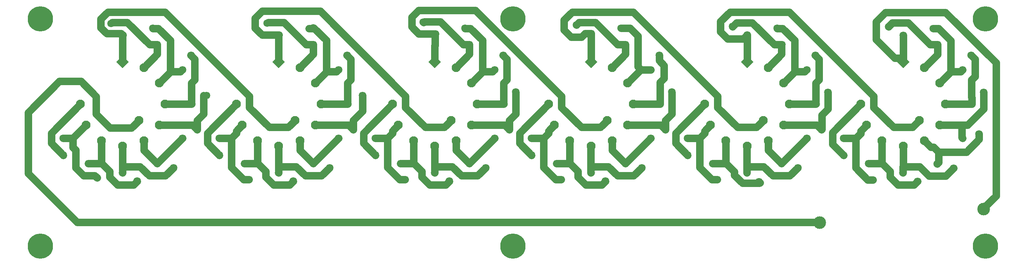
<source format=gtl>
G04*
G04 #@! TF.GenerationSoftware,Altium Limited,Altium Designer,25.8.1 (18)*
G04*
G04 Layer_Physical_Order=1*
G04 Layer_Color=255*
%FSLAX44Y44*%
%MOMM*%
G71*
G04*
G04 #@! TF.SameCoordinates,E0871A02-44A3-4654-82AF-33F5C9D56CEE*
G04*
G04*
G04 #@! TF.FilePolarity,Positive*
G04*
G01*
G75*
%ADD15C,1.8000*%
%ADD16C,6.0000*%
%ADD17C,2.1000*%
%ADD18P,2.9699X4X270.0*%
%ADD19C,3.0000*%
%ADD20C,1.8000*%
D15*
X84816Y208841D02*
D03*
X46178Y198489D02*
D03*
X-323214Y198839D02*
D03*
X-288573Y218839D02*
D03*
X-658573Y218839D02*
D03*
X-693214Y198839D02*
D03*
X68019Y279999D02*
D03*
X96303Y308283D02*
D03*
X24768Y127910D02*
D03*
X-13869Y138263D02*
D03*
X-301373Y280000D02*
D03*
X-273089Y308285D02*
D03*
X-344625Y128261D02*
D03*
X-383262Y138614D02*
D03*
X-671373Y280349D02*
D03*
X-643089Y308633D02*
D03*
X-714625Y128261D02*
D03*
X-753262Y138614D02*
D03*
X46180Y361509D02*
D03*
X66180Y396150D02*
D03*
X-60967Y96651D02*
D03*
X-95608Y116651D02*
D03*
X-323213Y361859D02*
D03*
X-303213Y396500D02*
D03*
X-436716Y95716D02*
D03*
X-465000Y124000D02*
D03*
X-693213Y361859D02*
D03*
X-673213Y396500D02*
D03*
X-800359Y97001D02*
D03*
X-835000Y117001D02*
D03*
X-13490Y421179D02*
D03*
X-23843Y459816D02*
D03*
X-166158Y100184D02*
D03*
X-176510Y138821D02*
D03*
X-382883Y421529D02*
D03*
X-393235Y460166D02*
D03*
X-535550Y100534D02*
D03*
X-545903Y139171D02*
D03*
X-752883Y421529D02*
D03*
X-763235Y460166D02*
D03*
X-905550Y100534D02*
D03*
X-915903Y139171D02*
D03*
X-95000Y444000D02*
D03*
X-129641Y464000D02*
D03*
X-236180Y158491D02*
D03*
Y198491D02*
D03*
X-464392Y444350D02*
D03*
X-499033Y464350D02*
D03*
X-605572Y158841D02*
D03*
Y198841D02*
D03*
X-835000Y448000D02*
D03*
X-869641Y468000D02*
D03*
X-975572Y158841D02*
D03*
Y198841D02*
D03*
X-1063214Y198839D02*
D03*
X-1028573Y218839D02*
D03*
X-1398573Y218838D02*
D03*
X-1433214Y198839D02*
D03*
X-1803214Y198839D02*
D03*
X-1768573Y218839D02*
D03*
X-1013089Y308633D02*
D03*
X-1041373Y280349D02*
D03*
X-1123262Y138614D02*
D03*
X-1084625Y128261D02*
D03*
X-1376733Y300349D02*
D03*
X-1411374Y280349D02*
D03*
X-1493262Y138613D02*
D03*
X-1454625Y128260D02*
D03*
X-1746732Y300349D02*
D03*
X-1781373Y280349D02*
D03*
X-1863262Y138614D02*
D03*
X-1824625Y128261D02*
D03*
X-1043213Y396500D02*
D03*
X-1063213Y361859D02*
D03*
X-1205000Y117001D02*
D03*
X-1170359Y97001D02*
D03*
X-1413213Y396500D02*
D03*
X-1433213Y361859D02*
D03*
X-1575001Y117001D02*
D03*
X-1540359Y97001D02*
D03*
X-1783213Y396500D02*
D03*
X-1803213Y361859D02*
D03*
X-1945000Y117001D02*
D03*
X-1910359Y97001D02*
D03*
X-1133235Y460166D02*
D03*
X-1122883Y421529D02*
D03*
X-1285903Y139171D02*
D03*
X-1275550Y100534D02*
D03*
X-1492883Y461528D02*
D03*
Y421528D02*
D03*
X-1655903Y139171D02*
D03*
X-1645551Y100534D02*
D03*
X-1873235Y460166D02*
D03*
X-1862883Y421529D02*
D03*
X-2025903Y139171D02*
D03*
X-2005903Y104530D02*
D03*
X-1232284Y475284D02*
D03*
X-1204000Y447000D02*
D03*
X-1345572Y198841D02*
D03*
Y158841D02*
D03*
X-1602677Y472634D02*
D03*
X-1574393Y444350D02*
D03*
X-1715572Y198841D02*
D03*
Y158841D02*
D03*
X-1972677Y471654D02*
D03*
X-1944392Y443369D02*
D03*
X-2085572Y198841D02*
D03*
Y158841D02*
D03*
D16*
X-1020000Y-57500D02*
D03*
Y482500D02*
D03*
X-2140000D02*
D03*
X100000D02*
D03*
Y-57500D02*
D03*
X-2140000D02*
D03*
D17*
X-1906109Y241110D02*
D03*
X-1845000Y280000D02*
D03*
X-1858397Y330000D02*
D03*
X-1895000Y366603D02*
D03*
X-2045000Y280000D02*
D03*
X-2031603Y230000D02*
D03*
X-1995000Y193397D02*
D03*
X-1945000Y180000D02*
D03*
X-1895000Y193397D02*
D03*
X-1858397Y230000D02*
D03*
X-1488397D02*
D03*
X-1525000Y193397D02*
D03*
X-1575000Y180000D02*
D03*
X-1625000Y193397D02*
D03*
X-1661603Y230000D02*
D03*
X-1675000Y280000D02*
D03*
X-1525000Y366603D02*
D03*
X-1488397Y330000D02*
D03*
X-1475000Y280000D02*
D03*
X-1536109Y241110D02*
D03*
X-796109D02*
D03*
X-734999Y280000D02*
D03*
X-748397Y330000D02*
D03*
X-785000Y366603D02*
D03*
X-935001Y280000D02*
D03*
X-921603Y230000D02*
D03*
X-885000Y193397D02*
D03*
X-835000Y180000D02*
D03*
X-785000Y193397D02*
D03*
X-748397Y230000D02*
D03*
X-1118397D02*
D03*
X-1155000Y193397D02*
D03*
X-1205000Y180000D02*
D03*
X-1255000Y193397D02*
D03*
X-1291603Y230000D02*
D03*
X-1305000Y280000D02*
D03*
X-1155000Y366603D02*
D03*
X-1118397Y330000D02*
D03*
X-1104999Y280000D02*
D03*
X-1166109Y241110D02*
D03*
X-426109D02*
D03*
X-365000Y280000D02*
D03*
X-378397Y330000D02*
D03*
X-415000Y366603D02*
D03*
X-565000Y280000D02*
D03*
X-551603Y230000D02*
D03*
X-515000Y193397D02*
D03*
X-465000Y180000D02*
D03*
X-415000Y193397D02*
D03*
X-378397Y230000D02*
D03*
X-8397D02*
D03*
X-45000Y193397D02*
D03*
X-95000Y180000D02*
D03*
X-145000Y193397D02*
D03*
X-181603Y230000D02*
D03*
X-195000Y280000D02*
D03*
X-45000Y366603D02*
D03*
X-8397Y330000D02*
D03*
X5001Y280000D02*
D03*
X-56109Y241110D02*
D03*
D18*
X-1945000Y380000D02*
D03*
X-1575000D02*
D03*
X-835000D02*
D03*
X-1205000D02*
D03*
X-465000D02*
D03*
X-95000D02*
D03*
D19*
X-293000Y-2000D02*
D03*
X96000Y30000D02*
D03*
D20*
X-734999Y280000D02*
X-734808Y280191D01*
X-694538D01*
X-671373Y331627D02*
X-661499Y341501D01*
X-694538Y280191D02*
X-694380Y280349D01*
X-673213Y383334D02*
Y396500D01*
X-671373Y280349D02*
Y331627D01*
X-694380Y280349D02*
X-671373D01*
X-673213Y383334D02*
X-661499Y371620D01*
Y341501D02*
Y371620D01*
X-763235Y460166D02*
X-742166D01*
X-724000Y369320D02*
X-716538Y361859D01*
X-742166Y460166D02*
X-724000Y442000D01*
X-716538Y361859D02*
X-693213D01*
X-724000Y369320D02*
Y442000D01*
X-748397Y330000D02*
X-716538Y361859D01*
X-69359Y88259D02*
X-60967Y96651D01*
X-107368Y88259D02*
X-69359D01*
X-95608Y131392D02*
X-55808D01*
X84816Y196113D02*
Y208841D01*
X58020Y230000D02*
X96303Y268283D01*
X44000Y200667D02*
Y230000D01*
X5002Y279999D02*
X68019D01*
X5001Y280000D02*
X5002Y279999D01*
X-95000Y380000D02*
Y444000D01*
X-95000Y444000D01*
X18000Y356397D02*
Y430700D01*
Y357000D02*
X41671D01*
X67303Y296271D02*
Y337772D01*
X75180Y345649D02*
Y387150D01*
X67303Y296271D02*
X68019Y295555D01*
Y279999D02*
Y295555D01*
X66180Y396150D02*
X75180Y387150D01*
X-33679Y109263D02*
X6121D01*
X24768Y127910D01*
X-126095Y106985D02*
X-107368Y88259D01*
X-176510Y138821D02*
X-144821D01*
X-126095Y106985D02*
Y120095D01*
X-144821Y138821D02*
X-126095Y120095D01*
X-145000Y139000D02*
Y193397D01*
Y139000D02*
X-144821Y138821D01*
X-511046Y435350D02*
X-473392D01*
X-464392Y421084D02*
Y444350D01*
X-164501Y271719D02*
X-117782Y225000D01*
X-45000Y366603D02*
X-13490Y398112D01*
X-23843Y459816D02*
X-11115D01*
X18000Y430700D01*
X41671Y357000D02*
X46180Y361509D01*
X-8397Y330000D02*
X18000Y356397D01*
X-8397Y230000D02*
X58020D01*
X44000Y200667D02*
X46178Y198489D01*
X96303Y268283D02*
Y308283D01*
X-45000Y193397D02*
X-44729D01*
X-29255Y177923D02*
X-22882D01*
X-44729Y193397D02*
X-29255Y177923D01*
X-11166Y140967D02*
Y166207D01*
X-13869Y138263D02*
X-11166Y140967D01*
X54909Y166207D02*
X84816Y196113D01*
X-11166Y166207D02*
X54909D01*
X-95608Y131392D02*
X-95000Y132000D01*
X-55808Y131392D02*
X-33679Y109263D01*
X-95608Y116651D02*
Y131392D01*
X-95000Y132000D02*
Y180000D01*
X-195284Y210206D02*
Y216048D01*
X-181603Y229729D01*
X-236180Y198491D02*
X-207000D01*
X-195284Y210206D01*
X-207000Y128299D02*
X-178886Y100184D01*
X-181603Y229729D02*
Y230000D01*
X-505396Y499000D02*
X-364701D01*
X-473392Y435350D02*
X-464392Y444350D01*
X-528033Y452338D02*
X-511046Y435350D01*
X-534501Y271719D02*
X-487782Y225000D01*
X-634263Y186957D02*
Y210737D01*
X-565000Y280000D01*
X-565093Y216239D02*
X-551412Y229921D01*
X-605988Y198682D02*
X-576809D01*
Y129065D02*
X-548119Y100375D01*
X-576809Y129065D02*
Y193589D01*
Y198682D02*
X-565093Y210398D01*
Y216239D01*
X-403488Y109614D02*
X-363529D01*
X-465416Y159868D02*
X-465191Y160093D01*
X-378206Y330191D02*
X-351809Y356589D01*
X-328138Y357191D02*
X-323629Y361700D01*
X-393652Y460007D02*
X-380349D01*
X-351809Y357191D02*
X-328138D01*
X-400400Y421370D02*
X-383299D01*
X-414809Y366794D02*
X-383299Y398304D01*
X-487782Y225000D02*
X-442219D01*
X-834392Y421315D02*
Y444350D01*
X-634263Y186957D02*
X-605988Y158682D01*
X-514630Y139012D02*
X-495201Y119583D01*
X-515000Y193397D02*
X-514809Y193588D01*
X-515000Y139383D02*
Y193397D01*
X-495201Y111272D02*
X-475772Y91842D01*
X-546319Y139012D02*
X-514630D01*
X-515000Y139383D02*
X-514630Y139012D01*
X-363529Y109614D02*
X-345041Y128102D01*
X-465416Y116842D02*
Y131584D01*
X-380349Y460007D02*
X-351809Y431467D01*
Y356589D02*
Y431467D01*
X-465000Y420476D02*
X-464392Y421084D01*
X-117782Y225000D02*
X-72219D01*
X-425458Y131584D02*
X-403488Y109614D01*
X-495201Y111272D02*
Y119583D01*
X-475772Y91842D02*
X-435775D01*
X-434309Y93309D01*
X-294213Y337459D02*
Y386925D01*
X-364807Y280190D02*
X-301790D01*
X-378397Y230000D02*
X-299734D01*
X-414809Y170160D02*
Y193206D01*
Y170160D02*
X-383262Y138614D01*
X-323214Y198661D01*
Y198839D01*
X-299734Y230000D02*
X-288573Y218839D01*
X-287376Y220035D01*
Y253997D02*
X-273089Y268284D01*
X-287376Y220035D02*
Y253997D01*
X-303629Y396341D02*
X-294213Y386925D01*
X-301790Y280417D02*
Y329882D01*
X-294213Y337459D01*
X-490291Y473350D02*
X-452380D01*
X-383299Y398304D02*
Y421370D01*
X-452380Y473350D02*
X-400400Y421370D01*
X-499450Y464192D02*
X-490291Y473350D01*
X-771600Y421370D02*
X-753299D01*
X-863641Y474000D02*
X-824230D01*
X-784809Y366794D02*
X-753299Y398304D01*
X-643089Y256645D02*
Y308285D01*
X-658573Y218839D02*
Y241161D01*
X-643089Y256645D01*
X-669734Y230000D02*
X-658573Y218839D01*
X-693214Y198661D02*
Y198839D01*
X-753262Y138614D02*
X-693214Y198661D01*
X-785000Y193397D02*
X-784809Y193206D01*
Y170160D02*
X-753262Y138614D01*
X-748397Y230000D02*
X-669734D01*
X-865781Y107041D02*
X-846933Y88193D01*
X-885000Y139383D02*
Y193397D01*
X-884809Y193588D01*
X-771959Y109614D02*
X-733529D01*
X-835000Y380000D02*
Y420708D01*
X-898641Y480012D02*
X-879653Y499000D01*
X-733529Y109614D02*
X-715041Y128102D01*
X-835191Y179538D02*
X-834809Y179920D01*
X-846933Y88193D02*
X-809425D01*
X-916319Y139012D02*
X-884630D01*
X-865781Y120164D01*
X-885000Y139383D02*
X-884630Y139012D01*
X-809425Y88193D02*
X-800775Y96842D01*
X-865781Y107041D02*
Y120164D01*
X-1004263Y186957D02*
X-975988Y158682D01*
X-1108701Y503000D02*
X-904501Y298800D01*
X-1205000Y418853D02*
X-1204392Y419461D01*
X-824230Y474000D02*
X-771600Y421370D01*
X-753299Y398304D02*
Y421370D01*
X-835416Y141001D02*
X-835191Y141227D01*
X-835416Y116842D02*
Y131584D01*
X-793929D02*
X-771959Y109614D01*
X-975988Y198682D02*
X-946809D01*
Y129065D02*
Y193589D01*
Y198682D02*
X-935093Y210398D01*
Y216239D02*
X-921412Y229921D01*
X-935093Y210398D02*
Y216239D01*
X-921412Y229921D02*
Y230191D01*
X-1004263Y186957D02*
Y210737D01*
X-935001Y280000D01*
X-1260000Y463804D02*
X-1243196Y447000D01*
X-857782Y225000D02*
X-812219D01*
X-1243764Y503000D02*
X-1108701D01*
X-534501Y271719D02*
Y298800D01*
X-442219Y225000D02*
X-425918Y241301D01*
X-1034213Y337459D02*
Y386925D01*
X-1043629Y396341D02*
X-1034213Y386925D01*
X-1041790Y329882D02*
X-1034213Y337459D01*
X-1104807Y280190D02*
X-1041790D01*
X-1028573Y218839D02*
Y241161D01*
X-1013089Y256645D02*
Y308285D01*
X-1028573Y241161D02*
X-1013089Y256645D01*
X-1039734Y230000D02*
X-1028573Y218839D01*
X-1063214Y198661D02*
Y198839D01*
X-1123262Y138614D02*
X-1063214Y198661D01*
X-1154809Y170160D02*
Y193206D01*
Y170160D02*
X-1123262Y138614D01*
X-1118397Y230000D02*
X-1039734D01*
X-1041790Y280417D02*
Y329882D01*
X-1235781Y107041D02*
Y120164D01*
X-1179425Y88193D02*
X-1170775Y96842D01*
X-1255000Y139383D02*
Y193397D01*
X-1163929Y131584D02*
X-1141959Y109614D01*
X-1243196Y447000D02*
X-1204000D01*
X-1204392Y419461D02*
Y444350D01*
X-1091809Y356589D02*
Y431467D01*
X-1120349Y460007D02*
X-1091809Y431467D01*
X-1205191Y141227D02*
Y179538D01*
X-1103529Y109614D02*
X-1085041Y128102D01*
X-1255000Y193397D02*
X-1254809Y193588D01*
X-1286319Y139012D02*
X-1254630D01*
X-1216933Y88193D02*
X-1179425D01*
X-1255000Y139383D02*
X-1254630Y139012D01*
X-1235781Y107041D02*
X-1216933Y88193D01*
X-1254630Y139012D02*
X-1235781Y120164D01*
X-1374263Y186957D02*
X-1345988Y158682D01*
X-1274501Y271719D02*
X-1227782Y225000D01*
X-1476620Y500918D02*
X-1274501Y298799D01*
X-1154809Y366794D02*
X-1123299Y398304D01*
X-1091809Y357191D02*
X-1068138D01*
X-1133652Y460007D02*
X-1120349D01*
X-1068138Y357191D02*
X-1063629Y361700D01*
X-1118206Y330191D02*
X-1091809Y356589D01*
X-1205416Y116842D02*
Y131584D01*
X-1141959Y109614D02*
X-1103529D01*
X-1316809Y198682D02*
X-1305093Y210398D01*
X-1291412Y229921D02*
Y230191D01*
X-1305093Y216239D02*
X-1291412Y229921D01*
X-1316809Y129065D02*
X-1288119Y100375D01*
X-1345988Y198682D02*
X-1316809D01*
X-1305093Y210398D02*
Y216239D01*
X-1374263Y210737D02*
X-1305000Y280000D01*
X-1374263Y186957D02*
Y210737D01*
X-1227782Y225000D02*
X-1182219D01*
X-1630961Y460918D02*
Y484350D01*
X-1182219Y225000D02*
X-1165918Y241301D01*
X-812219Y225000D02*
X-795918Y241301D01*
X-1563031Y474000D02*
X-1510401Y421370D01*
X-1493299D01*
X-1524809Y366794D02*
X-1493299Y398304D01*
X-1404213Y337459D02*
Y386926D01*
X-1413629Y396341D02*
X-1404213Y386926D01*
X-1411790Y280417D02*
Y329883D01*
X-1404213Y337459D01*
X-1398573Y218839D02*
Y241161D01*
X-1409734Y230000D02*
X-1398573Y218839D01*
X-1433214Y198661D02*
Y198839D01*
X-1493262Y138614D02*
X-1433214Y198661D01*
X-1525000Y193397D02*
X-1524809Y193206D01*
Y170160D02*
X-1493262Y138614D01*
X-1488397Y230000D02*
X-1409734D01*
X-1474807Y280190D02*
X-1411790D01*
X-1549425Y88193D02*
X-1540775Y96842D01*
X-1625000Y139383D02*
Y193397D01*
Y139383D02*
X-1624630Y139012D01*
X-1575416Y131584D02*
Y141001D01*
X-1490350Y460007D02*
X-1461809Y431466D01*
X-1503652Y460007D02*
X-1490350D01*
X-1575416Y131584D02*
X-1533930D01*
X-1575191Y179538D02*
X-1574809Y179920D01*
X-1605782Y107041D02*
X-1586933Y88193D01*
X-1656319Y139012D02*
X-1624630D01*
X-1625000Y193397D02*
X-1624809Y193588D01*
X-1624630Y139012D02*
X-1605782Y120164D01*
X-1586933Y88193D02*
X-1549425D01*
X-1605782Y107041D02*
Y120164D01*
X-1744263Y186957D02*
X-1715988Y158682D01*
X-1996757Y461679D02*
Y482240D01*
X-1945000Y380000D02*
Y444000D01*
X-1599641Y474000D02*
X-1563031D01*
X-1493299Y398304D02*
Y421370D01*
X-1438138Y357191D02*
X-1433629Y361700D01*
X-1461809Y357191D02*
X-1438138D01*
X-1461809Y356589D02*
Y431466D01*
X-1488206Y330191D02*
X-1461809Y356589D01*
X-1511960Y109613D02*
X-1473530D01*
X-1575416Y116842D02*
Y131584D01*
X-1473530Y109613D02*
X-1455041Y128102D01*
X-1675093Y210398D02*
Y216239D01*
X-1686809Y129064D02*
X-1658120Y100375D01*
X-1661412Y229921D02*
Y230191D01*
X-1686809Y198682D02*
X-1675093Y210398D01*
X-1715988Y198682D02*
X-1686809D01*
X-1658120Y100375D02*
X-1645966D01*
X-1744263Y186957D02*
Y210737D01*
X-1675000Y280000D01*
X-1945000Y380383D02*
Y444000D01*
X-1644500Y271719D02*
X-1597782Y225000D01*
X-1552219D01*
X-1881380Y421370D02*
X-1863299D01*
X-1934011Y474000D02*
X-1881380Y421370D01*
X-1863299Y398304D02*
Y421370D01*
X-1774213Y337459D02*
Y386925D01*
X-1781790Y280417D02*
Y329882D01*
X-1783629Y396341D02*
X-1774213Y386925D01*
X-1768573Y218839D02*
Y241161D01*
X-1753089Y256645D02*
Y300349D01*
X-1768573Y241161D02*
X-1753089Y256645D01*
X-1779734Y230000D02*
X-1768573Y218839D01*
X-1803214Y198661D02*
Y198839D01*
X-1863262Y138614D02*
X-1803214Y198661D01*
X-1895000Y193397D02*
X-1894809Y193206D01*
Y170160D02*
Y193206D01*
X-1858397Y230000D02*
X-1779734D01*
X-1781790Y329882D02*
X-1774213Y337459D01*
X-1844807Y280190D02*
X-1781790D01*
X-1994630Y139012D02*
X-1975781Y120164D01*
Y107041D02*
Y120164D01*
X-1995000Y139383D02*
Y193397D01*
X-1903929Y131584D02*
X-1881959Y109614D01*
X-1552219Y225000D02*
X-1535918Y241301D01*
X-1945000Y444000D02*
X-1944809Y444191D01*
X-1873652Y460007D02*
X-1860349D01*
X-1831809Y357191D02*
X-1808138D01*
X-1945191Y141227D02*
Y179538D01*
X-1945416Y131584D02*
X-1903929D01*
X-1956933Y88193D02*
X-1919425D01*
X-2026319Y139012D02*
X-1994630D01*
X-1919425Y88193D02*
X-1910775Y96842D01*
X-1995000Y193397D02*
X-1994809Y193588D01*
X-1975781Y107041D02*
X-1956933Y88193D01*
X-1995000Y139383D02*
X-1994630Y139012D01*
X-2114263Y210737D02*
X-2045000Y280000D01*
X-1924028Y223191D02*
X-1905918Y241301D01*
X-1974809Y223191D02*
X-1924028D01*
X-1894809Y366794D02*
X-1863299Y398304D01*
X-1969641Y474000D02*
X-1934011D01*
X-1831809Y356589D02*
Y431467D01*
X-1808138Y357191D02*
X-1803629Y361700D01*
X-1860349Y460007D02*
X-1831809Y431467D01*
X-1858206Y330191D02*
X-1831809Y356589D01*
X-1843529Y109614D02*
X-1825041Y128102D01*
X-1945416Y116842D02*
Y131584D01*
X-1881959Y109614D02*
X-1843529D01*
X-2085988Y198682D02*
X-2062921D01*
X-2031412Y230191D01*
X-2114263Y186957D02*
Y210737D01*
Y186957D02*
X-2085988Y158682D01*
X-2007809Y256191D02*
Y298000D01*
Y256191D02*
X-1974809Y223191D01*
X-1996757Y461679D02*
X-1982651Y447574D01*
X-1844701Y499000D02*
X-1644500Y298800D01*
Y271719D02*
Y298800D01*
X-1575000Y380000D02*
Y443743D01*
X-869641Y468000D02*
X-863641Y474000D01*
X-1123299Y398304D02*
Y421370D01*
X-734701Y499000D02*
X-534501Y298800D01*
X-164501Y271719D02*
Y298800D01*
X-528033Y476362D02*
X-505396Y499000D01*
X-528033Y452338D02*
Y476362D01*
X-72219Y225000D02*
X-56109Y241110D01*
X-364701Y499000D02*
X-164501Y298800D01*
X-465000Y380000D02*
Y420476D01*
X-1205000Y380000D02*
Y418853D01*
X-904501Y271719D02*
Y298800D01*
X-1260000Y486764D02*
X-1243764Y503000D01*
X-1260000Y463804D02*
Y486764D01*
X-904501Y271719D02*
X-857782Y225000D01*
X-1630961Y460918D02*
X-1614393Y444350D01*
X-1574393D01*
X-1630961Y484350D02*
X-1614393Y500918D01*
X-1274501Y271719D02*
Y298799D01*
X-1614393Y500918D02*
X-1476620D01*
X-1982651Y447574D02*
X-1948597D01*
X-1945000Y380383D02*
X-1944809Y380192D01*
X-1979996Y499000D02*
X-1844701D01*
X-1945000Y444000D02*
X-1944809Y444191D01*
X-1996757Y482240D02*
X-1979996Y499000D01*
X-1948597Y447574D02*
X-1944392Y443369D01*
X-2043809Y334000D02*
X-2007809Y298000D01*
X-2095000Y334000D02*
X-2043809D01*
X-2169000Y260000D02*
X-2095000Y334000D01*
X-2169000Y115000D02*
Y260000D01*
Y115000D02*
X-2053000Y-1000D01*
X-298000D01*
X-105203Y389496D02*
X-95707Y380000D01*
X125303Y62009D02*
Y378038D01*
X-114496Y389496D02*
X-105203D01*
X-95707Y380000D02*
X-95000D01*
X91734Y28440D02*
X125303Y62009D01*
X-158641Y433641D02*
X-114496Y389496D01*
X-158641Y476012D02*
X-136653Y498000D01*
X5342D02*
X125303Y378038D01*
X-158641Y433641D02*
Y476012D01*
X-136653Y498000D02*
X5342D01*
X-129641Y464000D02*
X-120641Y473000D01*
X-82988D01*
X-13490Y398112D02*
Y421179D01*
X-82988Y473000D02*
X-31166Y421179D01*
X-13490D01*
X-262411Y184722D02*
X-236180Y158491D01*
X-262411Y184722D02*
Y212589D01*
X-195192Y279809D01*
X-465416Y131584D02*
Y159868D01*
X-465191Y179538D02*
X-464809Y179920D01*
X-465416Y131584D02*
X-425458D01*
X-465191Y160093D02*
Y179538D01*
X-835416Y131584D02*
Y141001D01*
Y131584D02*
X-793929D01*
X-835191Y141227D02*
Y179538D01*
X-1205416Y131584D02*
Y141001D01*
Y131584D02*
X-1163929D01*
X-1205416Y141001D02*
X-1205191Y141227D01*
Y179538D02*
X-1204809Y179920D01*
X-1231320Y474320D02*
X-1229641Y476000D01*
X-1191988D01*
X-1137358Y421370D01*
X-1123299D01*
X-1376733Y263001D02*
Y300349D01*
X-1398573Y241161D02*
X-1376733Y263001D01*
X-1575191Y141226D02*
Y179538D01*
X-1575416Y141001D02*
X-1575191Y141226D01*
X-1533930Y131584D02*
X-1511960Y109613D01*
X-1945416Y141001D02*
X-1945191Y141227D01*
X-1945416Y131584D02*
Y141001D01*
X-1945191Y179538D02*
X-1944809Y179920D01*
X-2062921Y177202D02*
Y198682D01*
Y177202D02*
X-2056572Y170853D01*
Y128828D02*
Y170853D01*
Y128828D02*
X-2037915Y110171D01*
X-2011544D01*
X-2005903Y104530D01*
X-1894809Y170160D02*
X-1863262Y138614D01*
X-1675093Y216239D02*
X-1661412Y229921D01*
X-1686809Y129064D02*
Y193589D01*
X-1524809Y170160D02*
Y193206D01*
X-1316809Y129065D02*
Y193589D01*
X-1288119Y100375D02*
X-1275966D01*
X-1155000Y193397D02*
X-1154809Y193206D01*
X-946809Y129065D02*
X-918119Y100375D01*
X-905966D01*
X-784809Y170160D02*
Y193206D01*
X-881653Y439000D02*
X-857629D01*
X-848629Y448000D02*
X-835000D01*
X-835000Y420708D02*
X-834392Y421315D01*
X-857629Y439000D02*
X-848629Y448000D01*
X-898641Y455988D02*
Y480012D01*
X-879653Y499000D02*
X-734701D01*
X-898641Y455988D02*
X-881653Y439000D01*
X-273089Y268284D02*
Y308285D01*
X-415000Y193397D02*
X-414809Y193206D01*
X-551412Y229921D02*
Y230191D01*
X-548119Y100375D02*
X-535966D01*
X-207000Y128299D02*
Y193397D01*
X-178886Y100184D02*
X-166158D01*
X-22882Y177923D02*
X-11166Y166207D01*
X67303Y337772D02*
X75180Y345649D01*
X91734Y27734D02*
Y28440D01*
M02*

</source>
